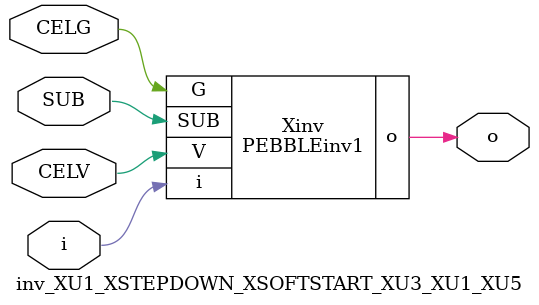
<source format=v>



module PEBBLEinv1 ( o, G, SUB, V, i );

  input V;
  input i;
  input G;
  output o;
  input SUB;
endmodule

//Celera Confidential Do Not Copy inv_XU1_XSTEPDOWN_XSOFTSTART_XU3_XU1_XU5
//Celera Confidential Symbol Generator
//5V Inverter
module inv_XU1_XSTEPDOWN_XSOFTSTART_XU3_XU1_XU5 (CELV,CELG,i,o,SUB);
input CELV;
input CELG;
input i;
input SUB;
output o;

//Celera Confidential Do Not Copy inv
PEBBLEinv1 Xinv(
.V (CELV),
.i (i),
.o (o),
.SUB (SUB),
.G (CELG)
);
//,diesize,PEBBLEinv1

//Celera Confidential Do Not Copy Module End
//Celera Schematic Generator
endmodule

</source>
